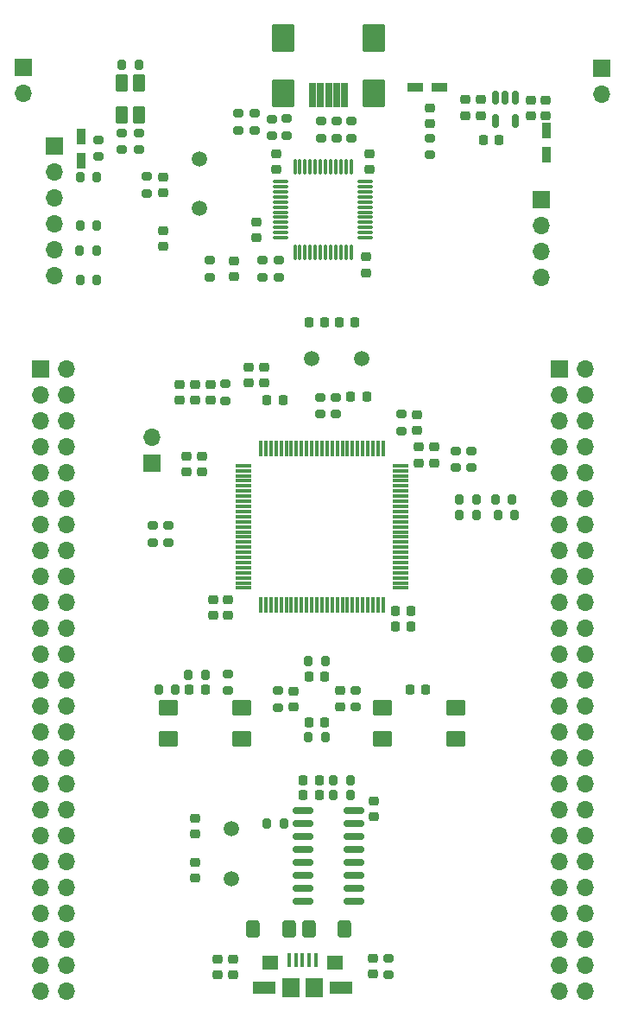
<source format=gbr>
%TF.GenerationSoftware,KiCad,Pcbnew,7.0.1*%
%TF.CreationDate,2023-09-29T14:49:09+07:00*%
%TF.ProjectId,STM32F407xxx,53544d33-3246-4343-9037-7878782e6b69,rev?*%
%TF.SameCoordinates,Original*%
%TF.FileFunction,Soldermask,Top*%
%TF.FilePolarity,Negative*%
%FSLAX46Y46*%
G04 Gerber Fmt 4.6, Leading zero omitted, Abs format (unit mm)*
G04 Created by KiCad (PCBNEW 7.0.1) date 2023-09-29 14:49:09*
%MOMM*%
%LPD*%
G01*
G04 APERTURE LIST*
G04 Aperture macros list*
%AMRoundRect*
0 Rectangle with rounded corners*
0 $1 Rounding radius*
0 $2 $3 $4 $5 $6 $7 $8 $9 X,Y pos of 4 corners*
0 Add a 4 corners polygon primitive as box body*
4,1,4,$2,$3,$4,$5,$6,$7,$8,$9,$2,$3,0*
0 Add four circle primitives for the rounded corners*
1,1,$1+$1,$2,$3*
1,1,$1+$1,$4,$5*
1,1,$1+$1,$6,$7*
1,1,$1+$1,$8,$9*
0 Add four rect primitives between the rounded corners*
20,1,$1+$1,$2,$3,$4,$5,0*
20,1,$1+$1,$4,$5,$6,$7,0*
20,1,$1+$1,$6,$7,$8,$9,0*
20,1,$1+$1,$8,$9,$2,$3,0*%
G04 Aperture macros list end*
%ADD10C,1.500000*%
%ADD11RoundRect,0.250000X0.400000X0.600000X-0.400000X0.600000X-0.400000X-0.600000X0.400000X-0.600000X0*%
%ADD12RoundRect,0.200000X-0.275000X0.200000X-0.275000X-0.200000X0.275000X-0.200000X0.275000X0.200000X0*%
%ADD13RoundRect,0.225000X-0.250000X0.225000X-0.250000X-0.225000X0.250000X-0.225000X0.250000X0.225000X0*%
%ADD14RoundRect,0.218750X-0.256250X0.218750X-0.256250X-0.218750X0.256250X-0.218750X0.256250X0.218750X0*%
%ADD15RoundRect,0.200000X0.200000X0.275000X-0.200000X0.275000X-0.200000X-0.275000X0.200000X-0.275000X0*%
%ADD16RoundRect,0.225000X-0.225000X-0.250000X0.225000X-0.250000X0.225000X0.250000X-0.225000X0.250000X0*%
%ADD17RoundRect,0.225000X0.250000X-0.225000X0.250000X0.225000X-0.250000X0.225000X-0.250000X-0.225000X0*%
%ADD18RoundRect,0.102000X0.325000X-0.675000X0.325000X0.675000X-0.325000X0.675000X-0.325000X-0.675000X0*%
%ADD19RoundRect,0.200000X0.275000X-0.200000X0.275000X0.200000X-0.275000X0.200000X-0.275000X-0.200000X0*%
%ADD20RoundRect,0.200000X-0.200000X-0.275000X0.200000X-0.275000X0.200000X0.275000X-0.200000X0.275000X0*%
%ADD21RoundRect,0.218750X-0.218750X-0.256250X0.218750X-0.256250X0.218750X0.256250X-0.218750X0.256250X0*%
%ADD22RoundRect,0.102000X-0.675000X-0.325000X0.675000X-0.325000X0.675000X0.325000X-0.675000X0.325000X0*%
%ADD23R,1.700000X1.700000*%
%ADD24O,1.700000X1.700000*%
%ADD25RoundRect,0.225000X0.225000X0.250000X-0.225000X0.250000X-0.225000X-0.250000X0.225000X-0.250000X0*%
%ADD26RoundRect,0.150000X-0.150000X0.512500X-0.150000X-0.512500X0.150000X-0.512500X0.150000X0.512500X0*%
%ADD27R,1.800000X1.900000*%
%ADD28R,2.300000X1.300000*%
%ADD29R,1.600000X1.400000*%
%ADD30R,0.400000X1.350000*%
%ADD31RoundRect,0.075000X-0.662500X-0.075000X0.662500X-0.075000X0.662500X0.075000X-0.662500X0.075000X0*%
%ADD32RoundRect,0.075000X-0.075000X-0.662500X0.075000X-0.662500X0.075000X0.662500X-0.075000X0.662500X0*%
%ADD33RoundRect,0.102000X0.800000X0.700000X-0.800000X0.700000X-0.800000X-0.700000X0.800000X-0.700000X0*%
%ADD34RoundRect,0.102000X0.450000X-0.750000X0.450000X0.750000X-0.450000X0.750000X-0.450000X-0.750000X0*%
%ADD35RoundRect,0.218750X0.256250X-0.218750X0.256250X0.218750X-0.256250X0.218750X-0.256250X-0.218750X0*%
%ADD36RoundRect,0.102000X0.250000X1.125000X-0.250000X1.125000X-0.250000X-1.125000X0.250000X-1.125000X0*%
%ADD37RoundRect,0.102000X1.000000X1.250000X-1.000000X1.250000X-1.000000X-1.250000X1.000000X-1.250000X0*%
%ADD38RoundRect,0.150000X-0.825000X-0.150000X0.825000X-0.150000X0.825000X0.150000X-0.825000X0.150000X0*%
%ADD39RoundRect,0.075000X-0.075000X0.725000X-0.075000X-0.725000X0.075000X-0.725000X0.075000X0.725000X0*%
%ADD40RoundRect,0.075000X-0.725000X0.075000X-0.725000X-0.075000X0.725000X-0.075000X0.725000X0.075000X0*%
%ADD41RoundRect,0.102000X-0.325000X0.675000X-0.325000X-0.675000X0.325000X-0.675000X0.325000X0.675000X0*%
G04 APERTURE END LIST*
D10*
%TO.C,Y1*%
X135800000Y-52000000D03*
X135800000Y-56880000D03*
%TD*%
D11*
%TO.C,D6*%
X144575000Y-127500000D03*
X141075000Y-127500000D03*
%TD*%
D12*
%TO.C,R1*%
X142900000Y-48105000D03*
X142900000Y-49755000D03*
%TD*%
D13*
%TO.C,C11*%
X152100000Y-61625000D03*
X152100000Y-63175000D03*
%TD*%
D14*
%TO.C,D3*%
X145000000Y-104162500D03*
X145000000Y-105737500D03*
%TD*%
D15*
%TO.C,R43*%
X150575000Y-114375000D03*
X148925000Y-114375000D03*
%TD*%
%TO.C,R39*%
X133425000Y-104050000D03*
X131775000Y-104050000D03*
%TD*%
D12*
%TO.C,R2*%
X144370000Y-48095000D03*
X144370000Y-49745000D03*
%TD*%
D16*
%TO.C,C23*%
X150625000Y-75350000D03*
X152175000Y-75350000D03*
%TD*%
D17*
%TO.C,C10*%
X168270000Y-47805000D03*
X168270000Y-46255000D03*
%TD*%
D18*
%TO.C,U6*%
X124220000Y-52210000D03*
X124220000Y-49810000D03*
%TD*%
D16*
%TO.C,C20*%
X154975000Y-97850000D03*
X156525000Y-97850000D03*
%TD*%
D19*
%TO.C,R20*%
X138350000Y-75725000D03*
X138350000Y-74075000D03*
%TD*%
D15*
%TO.C,R45*%
X150575000Y-112875000D03*
X148925000Y-112875000D03*
%TD*%
D19*
%TO.C,R12*%
X143600000Y-63635000D03*
X143600000Y-61985000D03*
%TD*%
D20*
%TO.C,R29*%
X165075000Y-86900000D03*
X166725000Y-86900000D03*
%TD*%
D21*
%TO.C,D10*%
X145950000Y-112875000D03*
X147525000Y-112875000D03*
%TD*%
D17*
%TO.C,C21*%
X157325000Y-81800000D03*
X157325000Y-80250000D03*
%TD*%
D19*
%TO.C,R6*%
X130600000Y-55425000D03*
X130600000Y-53775000D03*
%TD*%
%TO.C,R13*%
X136800000Y-63625000D03*
X136800000Y-61975000D03*
%TD*%
D20*
%TO.C,R40*%
X134725000Y-102550000D03*
X136375000Y-102550000D03*
%TD*%
D13*
%TO.C,C6*%
X161870000Y-46225000D03*
X161870000Y-47775000D03*
%TD*%
D20*
%TO.C,R34*%
X128175000Y-42800000D03*
X129825000Y-42800000D03*
%TD*%
D22*
%TO.C,U2*%
X156960000Y-44980000D03*
X159360000Y-44980000D03*
%TD*%
D12*
%TO.C,R27*%
X149125000Y-75400000D03*
X149125000Y-77050000D03*
%TD*%
D13*
%TO.C,C15*%
X132200000Y-53825000D03*
X132200000Y-55375000D03*
%TD*%
D17*
%TO.C,C24*%
X134500000Y-82725000D03*
X134500000Y-81175000D03*
%TD*%
D20*
%TO.C,R18*%
X124065000Y-63870000D03*
X125715000Y-63870000D03*
%TD*%
D13*
%TO.C,C18*%
X139200000Y-62025000D03*
X139200000Y-63575000D03*
%TD*%
D12*
%TO.C,R41*%
X138575000Y-102500000D03*
X138575000Y-104150000D03*
%TD*%
D19*
%TO.C,R42*%
X154350000Y-131975000D03*
X154350000Y-130325000D03*
%TD*%
%TO.C,R19*%
X128200000Y-51125000D03*
X128200000Y-49475000D03*
%TD*%
D23*
%TO.C,J4*%
X131100000Y-81850000D03*
D24*
X131100000Y-79310000D03*
%TD*%
D25*
%TO.C,C1*%
X136350000Y-104050000D03*
X134800000Y-104050000D03*
%TD*%
D17*
%TO.C,C38*%
X152920000Y-116475000D03*
X152920000Y-114925000D03*
%TD*%
%TO.C,C30*%
X142150000Y-73975000D03*
X142150000Y-72425000D03*
%TD*%
%TO.C,C25*%
X136000000Y-82725000D03*
X136000000Y-81175000D03*
%TD*%
D12*
%TO.C,R28*%
X147650000Y-75400000D03*
X147650000Y-77050000D03*
%TD*%
D15*
%TO.C,R21*%
X162925000Y-86900000D03*
X161275000Y-86900000D03*
%TD*%
D12*
%TO.C,R26*%
X132720000Y-87965000D03*
X132720000Y-89615000D03*
%TD*%
%TO.C,R23*%
X160925000Y-80650000D03*
X160925000Y-82300000D03*
%TD*%
%TO.C,R9*%
X139600000Y-47575000D03*
X139600000Y-49225000D03*
%TD*%
D14*
%TO.C,L1*%
X133850000Y-74112500D03*
X133850000Y-75687500D03*
%TD*%
D26*
%TO.C,U4*%
X166750000Y-46037500D03*
X165800000Y-46037500D03*
X164850000Y-46037500D03*
X164850000Y-48312500D03*
X166750000Y-48312500D03*
%TD*%
D19*
%TO.C,R11*%
X142000000Y-63625000D03*
X142000000Y-61975000D03*
%TD*%
D13*
%TO.C,C3*%
X137600000Y-130425000D03*
X137600000Y-131975000D03*
%TD*%
D25*
%TO.C,C2*%
X158000000Y-104050000D03*
X156450000Y-104050000D03*
%TD*%
D13*
%TO.C,C12*%
X141400000Y-58225000D03*
X141400000Y-59775000D03*
%TD*%
D27*
%TO.C,Uart_USB*%
X147050000Y-133225000D03*
X144750000Y-133225000D03*
D28*
X142150000Y-133225000D03*
X149650000Y-133225000D03*
D29*
X149100000Y-130775000D03*
X142700000Y-130775000D03*
D30*
X147200000Y-130550000D03*
X146550000Y-130550000D03*
X145900000Y-130550000D03*
X145250000Y-130550000D03*
X144600000Y-130550000D03*
%TD*%
D23*
%TO.C,P1*%
X120210000Y-72590000D03*
D24*
X122750000Y-72590000D03*
X120210000Y-75130000D03*
X122750000Y-75130000D03*
X120210000Y-77670000D03*
X122750000Y-77670000D03*
X120210000Y-80210000D03*
X122750000Y-80210000D03*
X120210000Y-82750000D03*
X122750000Y-82750000D03*
X120210000Y-85290000D03*
X122750000Y-85290000D03*
X120210000Y-87830000D03*
X122750000Y-87830000D03*
X120210000Y-90370000D03*
X122750000Y-90370000D03*
X120210000Y-92910000D03*
X122750000Y-92910000D03*
X120210000Y-95450000D03*
X122750000Y-95450000D03*
X120210000Y-97990000D03*
X122750000Y-97990000D03*
X120210000Y-100530000D03*
X122750000Y-100530000D03*
X120210000Y-103070000D03*
X122750000Y-103070000D03*
X120210000Y-105610000D03*
X122750000Y-105610000D03*
X120210000Y-108150000D03*
X122750000Y-108150000D03*
X120210000Y-110690000D03*
X122750000Y-110690000D03*
X120210000Y-113230000D03*
X122750000Y-113230000D03*
X120210000Y-115770000D03*
X122750000Y-115770000D03*
X120210000Y-118310000D03*
X122750000Y-118310000D03*
X120210000Y-120850000D03*
X122750000Y-120850000D03*
X120210000Y-123390000D03*
X122750000Y-123390000D03*
X120210000Y-125930000D03*
X122750000Y-125930000D03*
X120210000Y-128470000D03*
X122750000Y-128470000D03*
X120210000Y-131010000D03*
X122750000Y-131010000D03*
X120210000Y-133550000D03*
X122750000Y-133550000D03*
%TD*%
D31*
%TO.C,U1*%
X143737500Y-54250000D03*
X143737500Y-54750000D03*
X143737500Y-55250000D03*
X143737500Y-55750000D03*
X143737500Y-56250000D03*
X143737500Y-56750000D03*
X143737500Y-57250000D03*
X143737500Y-57750000D03*
X143737500Y-58250000D03*
X143737500Y-58750000D03*
X143737500Y-59250000D03*
X143737500Y-59750000D03*
D32*
X145150000Y-61162500D03*
X145650000Y-61162500D03*
X146150000Y-61162500D03*
X146650000Y-61162500D03*
X147150000Y-61162500D03*
X147650000Y-61162500D03*
X148150000Y-61162500D03*
X148650000Y-61162500D03*
X149150000Y-61162500D03*
X149650000Y-61162500D03*
X150150000Y-61162500D03*
X150650000Y-61162500D03*
D31*
X152062500Y-59750000D03*
X152062500Y-59250000D03*
X152062500Y-58750000D03*
X152062500Y-58250000D03*
X152062500Y-57750000D03*
X152062500Y-57250000D03*
X152062500Y-56750000D03*
X152062500Y-56250000D03*
X152062500Y-55750000D03*
X152062500Y-55250000D03*
X152062500Y-54750000D03*
X152062500Y-54250000D03*
D32*
X150650000Y-52837500D03*
X150150000Y-52837500D03*
X149650000Y-52837500D03*
X149150000Y-52837500D03*
X148650000Y-52837500D03*
X148150000Y-52837500D03*
X147650000Y-52837500D03*
X147150000Y-52837500D03*
X146650000Y-52837500D03*
X146150000Y-52837500D03*
X145650000Y-52837500D03*
X145150000Y-52837500D03*
%TD*%
D13*
%TO.C,C19*%
X137125000Y-95225000D03*
X137125000Y-96775000D03*
%TD*%
D33*
%TO.C,S1*%
X139975000Y-105825000D03*
X132775000Y-105825000D03*
X139975000Y-108825000D03*
X132775000Y-108825000D03*
%TD*%
D23*
%TO.C,J3*%
X169275000Y-56000000D03*
D24*
X169275000Y-58540000D03*
X169275000Y-61080000D03*
X169275000Y-63620000D03*
%TD*%
D15*
%TO.C,R46*%
X144050000Y-117150000D03*
X142400000Y-117150000D03*
%TD*%
D11*
%TO.C,D7*%
X150000000Y-127500000D03*
X146500000Y-127500000D03*
%TD*%
D20*
%TO.C,R15*%
X124065000Y-53850000D03*
X125715000Y-53850000D03*
%TD*%
D13*
%TO.C,C27*%
X138600000Y-95225000D03*
X138600000Y-96775000D03*
%TD*%
D25*
%TO.C,C22*%
X143975000Y-75700000D03*
X142425000Y-75700000D03*
%TD*%
D21*
%TO.C,D4*%
X146512500Y-102725000D03*
X148087500Y-102725000D03*
%TD*%
D17*
%TO.C,C33*%
X136850000Y-75675000D03*
X136850000Y-74125000D03*
%TD*%
%TO.C,C13*%
X152470000Y-53095000D03*
X152470000Y-51545000D03*
%TD*%
D23*
%TO.C,P2*%
X171060000Y-72590000D03*
D24*
X173600000Y-72590000D03*
X171060000Y-75130000D03*
X173600000Y-75130000D03*
X171060000Y-77670000D03*
X173600000Y-77670000D03*
X171060000Y-80210000D03*
X173600000Y-80210000D03*
X171060000Y-82750000D03*
X173600000Y-82750000D03*
X171060000Y-85290000D03*
X173600000Y-85290000D03*
X171060000Y-87830000D03*
X173600000Y-87830000D03*
X171060000Y-90370000D03*
X173600000Y-90370000D03*
X171060000Y-92910000D03*
X173600000Y-92910000D03*
X171060000Y-95450000D03*
X173600000Y-95450000D03*
X171060000Y-97990000D03*
X173600000Y-97990000D03*
X171060000Y-100530000D03*
X173600000Y-100530000D03*
X171060000Y-103070000D03*
X173600000Y-103070000D03*
X171060000Y-105610000D03*
X173600000Y-105610000D03*
X171060000Y-108150000D03*
X173600000Y-108150000D03*
X171060000Y-110690000D03*
X173600000Y-110690000D03*
X171060000Y-113230000D03*
X173600000Y-113230000D03*
X171060000Y-115770000D03*
X173600000Y-115770000D03*
X171060000Y-118310000D03*
X173600000Y-118310000D03*
X171060000Y-120850000D03*
X173600000Y-120850000D03*
X171060000Y-123390000D03*
X173600000Y-123390000D03*
X171060000Y-125930000D03*
X173600000Y-125930000D03*
X171060000Y-128470000D03*
X173600000Y-128470000D03*
X171060000Y-131010000D03*
X173600000Y-131010000D03*
X171060000Y-133550000D03*
X173600000Y-133550000D03*
%TD*%
D20*
%TO.C,R37*%
X146475000Y-101225000D03*
X148125000Y-101225000D03*
%TD*%
D12*
%TO.C,R7*%
X125870000Y-50135000D03*
X125870000Y-51785000D03*
%TD*%
D16*
%TO.C,C37*%
X146500000Y-68050000D03*
X148050000Y-68050000D03*
%TD*%
D25*
%TO.C,C8*%
X165175000Y-50200000D03*
X163625000Y-50200000D03*
%TD*%
D12*
%TO.C,R32*%
X150700000Y-48340000D03*
X150700000Y-49990000D03*
%TD*%
D17*
%TO.C,C5*%
X135350000Y-118200000D03*
X135350000Y-116650000D03*
%TD*%
%TO.C,C28*%
X158825000Y-81800000D03*
X158825000Y-80250000D03*
%TD*%
D10*
%TO.C,Y2*%
X138925000Y-117675000D03*
X138925000Y-122555000D03*
%TD*%
D12*
%TO.C,R36*%
X143450000Y-104125000D03*
X143450000Y-105775000D03*
%TD*%
D34*
%TO.C,U8*%
X128200000Y-44600000D03*
X129900000Y-44600000D03*
X128200000Y-47700000D03*
X129900000Y-47700000D03*
%TD*%
D20*
%TO.C,R30*%
X164825000Y-85400000D03*
X166475000Y-85400000D03*
%TD*%
D12*
%TO.C,R8*%
X141200000Y-47575000D03*
X141200000Y-49225000D03*
%TD*%
%TO.C,R4*%
X155625000Y-77025000D03*
X155625000Y-78675000D03*
%TD*%
D20*
%TO.C,R16*%
X124065000Y-58600000D03*
X125715000Y-58600000D03*
%TD*%
D14*
%TO.C,D1*%
X158400000Y-47012500D03*
X158400000Y-48587500D03*
%TD*%
D20*
%TO.C,R17*%
X124035000Y-61020000D03*
X125685000Y-61020000D03*
%TD*%
D13*
%TO.C,C4*%
X139100000Y-130425000D03*
X139100000Y-131975000D03*
%TD*%
D17*
%TO.C,C31*%
X140650000Y-73975000D03*
X140650000Y-72425000D03*
%TD*%
D25*
%TO.C,C36*%
X151050000Y-68050000D03*
X149500000Y-68050000D03*
%TD*%
D35*
%TO.C,D8*%
X152800000Y-131912500D03*
X152800000Y-130337500D03*
%TD*%
D10*
%TO.C,Y3*%
X151700000Y-71600000D03*
X146820000Y-71600000D03*
%TD*%
D14*
%TO.C,D5*%
X149600000Y-104137500D03*
X149600000Y-105712500D03*
%TD*%
D36*
%TO.C,J1*%
X150050000Y-45770000D03*
X149250000Y-45770000D03*
X148450000Y-45770000D03*
X147650000Y-45770000D03*
X146850000Y-45770000D03*
D37*
X152900000Y-45645000D03*
X144000000Y-45645000D03*
X152900000Y-40145000D03*
X144000000Y-40145000D03*
%TD*%
D33*
%TO.C,S2*%
X160900000Y-105825000D03*
X153700000Y-105825000D03*
X160900000Y-108825000D03*
X153700000Y-108825000D03*
%TD*%
D13*
%TO.C,C7*%
X163360000Y-46215000D03*
X163360000Y-47765000D03*
%TD*%
D23*
%TO.C,J7*%
X175260000Y-43175000D03*
D24*
X175260000Y-45715000D03*
%TD*%
D23*
%TO.C,J2*%
X121560000Y-50770000D03*
D24*
X121560000Y-53310000D03*
X121560000Y-55850000D03*
X121560000Y-58390000D03*
X121560000Y-60930000D03*
X121560000Y-63470000D03*
%TD*%
D19*
%TO.C,R24*%
X162450000Y-82300000D03*
X162450000Y-80650000D03*
%TD*%
D17*
%TO.C,C32*%
X135350000Y-75675000D03*
X135350000Y-74125000D03*
%TD*%
D20*
%TO.C,R35*%
X146475000Y-108700000D03*
X148125000Y-108700000D03*
%TD*%
D15*
%TO.C,R22*%
X162925000Y-85400000D03*
X161275000Y-85400000D03*
%TD*%
D12*
%TO.C,R25*%
X131200000Y-87975000D03*
X131200000Y-89625000D03*
%TD*%
D38*
%TO.C,U3*%
X145975000Y-115910000D03*
X145975000Y-117180000D03*
X145975000Y-118450000D03*
X145975000Y-119720000D03*
X145975000Y-120990000D03*
X145975000Y-122260000D03*
X145975000Y-123530000D03*
X145975000Y-124800000D03*
X150925000Y-124800000D03*
X150925000Y-123530000D03*
X150925000Y-122260000D03*
X150925000Y-120990000D03*
X150925000Y-119720000D03*
X150925000Y-118450000D03*
X150925000Y-117180000D03*
X150925000Y-115910000D03*
%TD*%
D12*
%TO.C,R38*%
X151125000Y-104100000D03*
X151125000Y-105750000D03*
%TD*%
D16*
%TO.C,C26*%
X154975000Y-96350000D03*
X156525000Y-96350000D03*
%TD*%
D21*
%TO.C,D2*%
X146512500Y-107200000D03*
X148087500Y-107200000D03*
%TD*%
D12*
%TO.C,R33*%
X149220000Y-48340000D03*
X149220000Y-49990000D03*
%TD*%
D39*
%TO.C,U7*%
X153800000Y-80400000D03*
X153300000Y-80400000D03*
X152800000Y-80400000D03*
X152300000Y-80400000D03*
X151800000Y-80400000D03*
X151300000Y-80400000D03*
X150800000Y-80400000D03*
X150300000Y-80400000D03*
X149800000Y-80400000D03*
X149300000Y-80400000D03*
X148800000Y-80400000D03*
X148300000Y-80400000D03*
X147800000Y-80400000D03*
X147300000Y-80400000D03*
X146800000Y-80400000D03*
X146300000Y-80400000D03*
X145800000Y-80400000D03*
X145300000Y-80400000D03*
X144800000Y-80400000D03*
X144300000Y-80400000D03*
X143800000Y-80400000D03*
X143300000Y-80400000D03*
X142800000Y-80400000D03*
X142300000Y-80400000D03*
X141800000Y-80400000D03*
D40*
X140125000Y-82075000D03*
X140125000Y-82575000D03*
X140125000Y-83075000D03*
X140125000Y-83575000D03*
X140125000Y-84075000D03*
X140125000Y-84575000D03*
X140125000Y-85075000D03*
X140125000Y-85575000D03*
X140125000Y-86075000D03*
X140125000Y-86575000D03*
X140125000Y-87075000D03*
X140125000Y-87575000D03*
X140125000Y-88075000D03*
X140125000Y-88575000D03*
X140125000Y-89075000D03*
X140125000Y-89575000D03*
X140125000Y-90075000D03*
X140125000Y-90575000D03*
X140125000Y-91075000D03*
X140125000Y-91575000D03*
X140125000Y-92075000D03*
X140125000Y-92575000D03*
X140125000Y-93075000D03*
X140125000Y-93575000D03*
X140125000Y-94075000D03*
D39*
X141800000Y-95750000D03*
X142300000Y-95750000D03*
X142800000Y-95750000D03*
X143300000Y-95750000D03*
X143800000Y-95750000D03*
X144300000Y-95750000D03*
X144800000Y-95750000D03*
X145300000Y-95750000D03*
X145800000Y-95750000D03*
X146300000Y-95750000D03*
X146800000Y-95750000D03*
X147300000Y-95750000D03*
X147800000Y-95750000D03*
X148300000Y-95750000D03*
X148800000Y-95750000D03*
X149300000Y-95750000D03*
X149800000Y-95750000D03*
X150300000Y-95750000D03*
X150800000Y-95750000D03*
X151300000Y-95750000D03*
X151800000Y-95750000D03*
X152300000Y-95750000D03*
X152800000Y-95750000D03*
X153300000Y-95750000D03*
X153800000Y-95750000D03*
D40*
X155475000Y-94075000D03*
X155475000Y-93575000D03*
X155475000Y-93075000D03*
X155475000Y-92575000D03*
X155475000Y-92075000D03*
X155475000Y-91575000D03*
X155475000Y-91075000D03*
X155475000Y-90575000D03*
X155475000Y-90075000D03*
X155475000Y-89575000D03*
X155475000Y-89075000D03*
X155475000Y-88575000D03*
X155475000Y-88075000D03*
X155475000Y-87575000D03*
X155475000Y-87075000D03*
X155475000Y-86575000D03*
X155475000Y-86075000D03*
X155475000Y-85575000D03*
X155475000Y-85075000D03*
X155475000Y-84575000D03*
X155475000Y-84075000D03*
X155475000Y-83575000D03*
X155475000Y-83075000D03*
X155475000Y-82575000D03*
X155475000Y-82075000D03*
%TD*%
D19*
%TO.C,R31*%
X158400000Y-51625000D03*
X158400000Y-49975000D03*
%TD*%
D21*
%TO.C,D9*%
X145962500Y-114375000D03*
X147537500Y-114375000D03*
%TD*%
D17*
%TO.C,C9*%
X169760000Y-47815000D03*
X169760000Y-46265000D03*
%TD*%
%TO.C,C29*%
X157125000Y-78625000D03*
X157125000Y-77075000D03*
%TD*%
D23*
%TO.C,J6*%
X118540000Y-43055000D03*
D24*
X118540000Y-45595000D03*
%TD*%
D12*
%TO.C,R3*%
X147710000Y-48340000D03*
X147710000Y-49990000D03*
%TD*%
D19*
%TO.C,R5*%
X129900000Y-51125000D03*
X129900000Y-49475000D03*
%TD*%
D17*
%TO.C,C34*%
X135350000Y-122500000D03*
X135350000Y-120950000D03*
%TD*%
D13*
%TO.C,C16*%
X132200000Y-59025000D03*
X132200000Y-60575000D03*
%TD*%
D17*
%TO.C,C14*%
X143320000Y-53075000D03*
X143320000Y-51525000D03*
%TD*%
D41*
%TO.C,U5*%
X169810000Y-49230000D03*
X169810000Y-51630000D03*
%TD*%
M02*

</source>
